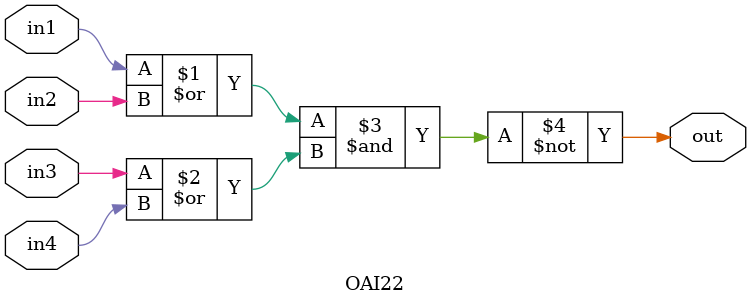
<source format=sv>
/* Complex gate OR-AND-Invertor.
 *
 *
 * <pre>
 *  in1 ----------+--\
 *                )OR +----+
 *  in2 ----------+--/|    |
 *                    |NAND|o-----
 *  in3 ----------+--\|    |
 *                )OR +----+
 *  in4 ----------+--/
 * </pre>
 *
 * <script type="WaveDrom">
 * { assign:[
 *   ["out",
 *     ["~&",
 *       ["|", "in1", "in2"],
 *       ["|", "in3", "in4"]
 *     ]
 *   ]
 * ]}
 * </script>
 */
module OAI22 #(
    parameter WIDTH = 1
)(
    input  wire [WIDTH-1:0] in1, // to be OR-ed with in2
    input  wire [WIDTH-1:0] in2, // to be OR-ed with in1
    input  wire [WIDTH-1:0] in3, // to be OR-ed with in4
    input  wire [WIDTH-1:0] in4, // to be OR-ed with in3
    output wire [WIDTH-1:0] out  // NAND the results of two ORs
);

    assign out = ~((in1 | in2) & (in3 | in4));

endmodule

</source>
